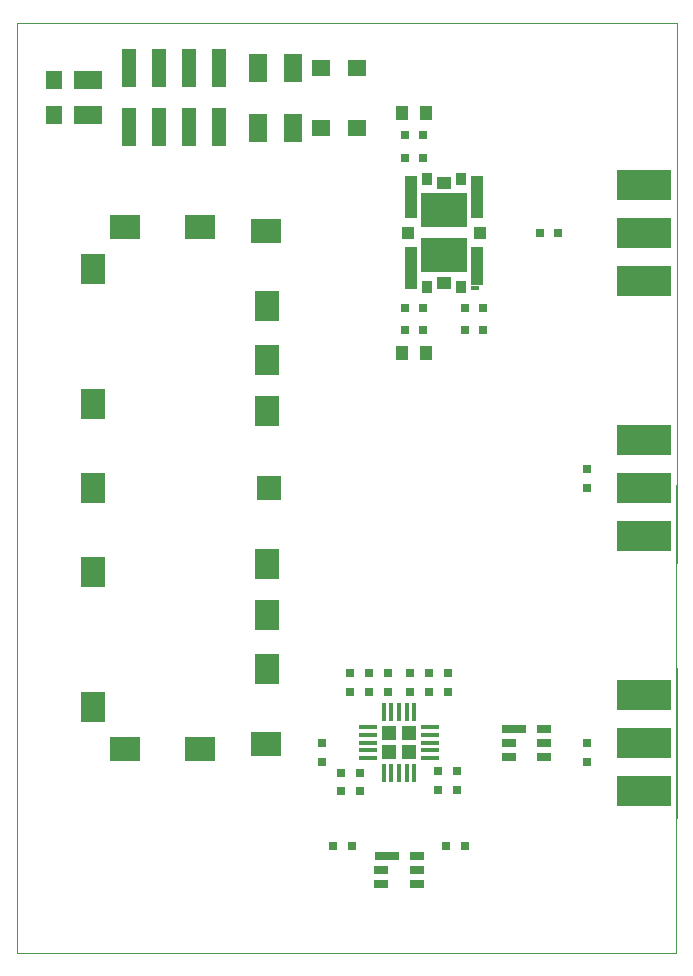
<source format=gtp>
G75*
G70*
%OFA0B0*%
%FSLAX24Y24*%
%IPPOS*%
%LPD*%
%AMOC8*
5,1,8,0,0,1.08239X$1,22.5*
%
%ADD10C,0.0000*%
%ADD11R,0.0800X0.0800*%
%ADD12R,0.1000X0.0800*%
%ADD13R,0.0800X0.1000*%
%ADD14R,0.1800X0.1000*%
%ADD15R,0.0315X0.0315*%
%ADD16R,0.0472X0.0315*%
%ADD17R,0.0827X0.0315*%
%ADD18R,0.0453X0.0453*%
%ADD19R,0.0591X0.0148*%
%ADD20R,0.0148X0.0591*%
%ADD21R,0.0433X0.0433*%
%ADD22R,0.0354X0.0433*%
%ADD23R,0.1575X0.1181*%
%ADD24R,0.0472X0.0433*%
%ADD25R,0.0394X0.1417*%
%ADD26R,0.0394X0.1299*%
%ADD27R,0.0276X0.0118*%
%ADD28R,0.0039X0.0079*%
%ADD29R,0.0039X0.0039*%
%ADD30R,0.0394X0.0472*%
%ADD31R,0.0500X0.1260*%
%ADD32R,0.0630X0.0945*%
%ADD33R,0.0945X0.0630*%
%ADD34R,0.0630X0.0551*%
%ADD35R,0.0551X0.0630*%
D10*
X000101Y000101D02*
X000101Y031101D01*
X022101Y031101D01*
X022093Y000101D01*
X000101Y000101D01*
X022101Y004601D02*
X022101Y009601D01*
X022101Y013101D02*
X022101Y018101D01*
X022101Y021601D02*
X022101Y026601D01*
D11*
X008501Y015601D03*
D12*
X008401Y007051D03*
X006201Y006901D03*
X003701Y006901D03*
X003701Y024301D03*
X006201Y024301D03*
X008401Y024151D03*
D13*
X008451Y021651D03*
X008451Y019851D03*
X008451Y018151D03*
X008451Y013051D03*
X008451Y011351D03*
X008451Y009551D03*
X002651Y008301D03*
X002651Y012801D03*
X002651Y015601D03*
X002651Y018401D03*
X002651Y022901D03*
D14*
X021001Y022501D03*
X021001Y024101D03*
X021001Y025701D03*
X021001Y017201D03*
X021001Y015601D03*
X021001Y014001D03*
X021001Y008701D03*
X021001Y007101D03*
X021001Y005501D03*
D15*
X019101Y006473D03*
X019101Y007103D03*
X015041Y003663D03*
X014411Y003663D03*
X014161Y005538D03*
X014161Y006163D03*
X014791Y006163D03*
X014791Y005538D03*
X014476Y008786D03*
X013851Y008786D03*
X013851Y009416D03*
X014476Y009416D03*
X013226Y009416D03*
X013226Y008786D03*
X012476Y008786D03*
X012476Y009416D03*
X011851Y009416D03*
X011226Y009416D03*
X011226Y008786D03*
X011851Y008786D03*
X010288Y007103D03*
X010288Y006473D03*
X010911Y006101D03*
X010911Y005476D03*
X011541Y005476D03*
X011541Y006101D03*
X011291Y003663D03*
X010661Y003663D03*
X019101Y015598D03*
X019101Y016228D03*
X015666Y020851D03*
X015036Y020851D03*
X015036Y021601D03*
X015666Y021601D03*
X013666Y021601D03*
X013036Y021601D03*
X013036Y020851D03*
X013666Y020851D03*
X017536Y024101D03*
X018166Y024101D03*
X013666Y026601D03*
X013036Y026601D03*
X013036Y027351D03*
X013666Y027351D03*
D16*
X017691Y007573D03*
X017691Y007101D03*
X017691Y006628D03*
X016510Y006628D03*
X016510Y007101D03*
X013441Y003323D03*
X013441Y002851D03*
X013441Y002378D03*
X012260Y002378D03*
X012260Y002851D03*
D17*
X012437Y003323D03*
X016687Y007573D03*
D18*
X013176Y007426D03*
X013176Y006776D03*
X012526Y006776D03*
X012526Y007426D03*
D19*
X011827Y007357D03*
X011827Y007613D03*
X011827Y007101D03*
X011827Y006845D03*
X011827Y006589D03*
X013874Y006589D03*
X013874Y006845D03*
X013874Y007101D03*
X013874Y007357D03*
X013874Y007613D03*
D20*
X013363Y008124D03*
X013107Y008124D03*
X012851Y008124D03*
X012595Y008124D03*
X012339Y008124D03*
X012339Y006077D03*
X012595Y006077D03*
X012851Y006077D03*
X013107Y006077D03*
X013363Y006077D03*
D21*
X013150Y024101D03*
X015552Y024101D03*
D22*
X014922Y025892D03*
X013780Y025892D03*
X013780Y022309D03*
X014922Y022309D03*
D23*
X014351Y023353D03*
X014351Y024849D03*
D24*
X014351Y025774D03*
X014351Y022428D03*
D25*
X013248Y022920D03*
X013248Y025282D03*
X015453Y025282D03*
D26*
X015453Y022979D03*
D27*
X015394Y022270D03*
D28*
X015552Y022290D03*
D29*
X015591Y022309D03*
D30*
X013744Y020101D03*
X012957Y020101D03*
X012957Y028101D03*
X013744Y028101D03*
D31*
X006851Y027617D03*
X005851Y027617D03*
X004851Y027617D03*
X003851Y027617D03*
X003851Y029585D03*
X004851Y029585D03*
X005851Y029585D03*
X006851Y029585D03*
D32*
X008135Y029601D03*
X009316Y029601D03*
X009316Y027601D03*
X008135Y027601D03*
D33*
X002476Y028010D03*
X002476Y029191D03*
D34*
X010260Y029601D03*
X011441Y029601D03*
X011441Y027601D03*
X010260Y027601D03*
D35*
X001351Y028010D03*
X001351Y029191D03*
M02*

</source>
